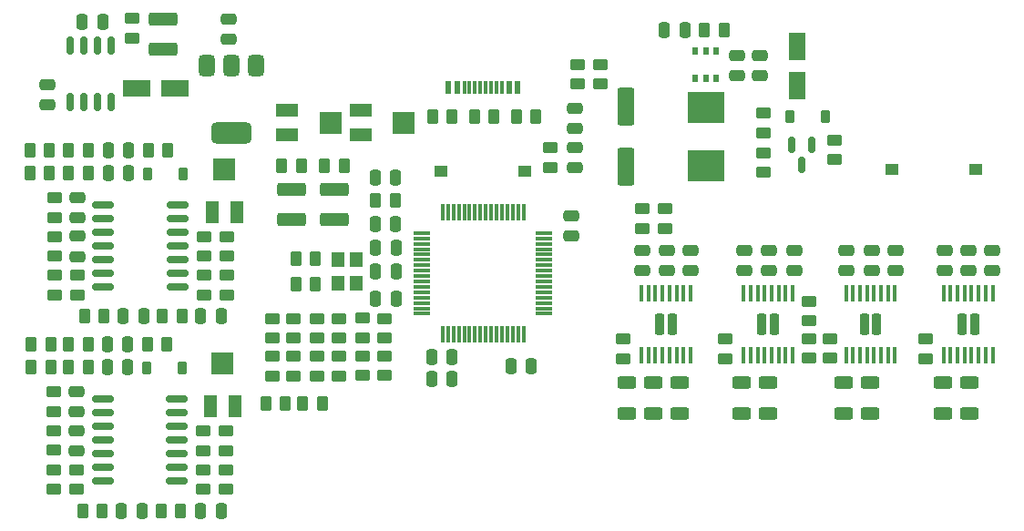
<source format=gbr>
%TF.GenerationSoftware,KiCad,Pcbnew,8.0.4*%
%TF.CreationDate,2025-01-31T12:32:01+01:00*%
%TF.ProjectId,OpenHand_v3,4f70656e-4861-46e6-945f-76332e6b6963,rev?*%
%TF.SameCoordinates,Original*%
%TF.FileFunction,Paste,Top*%
%TF.FilePolarity,Positive*%
%FSLAX46Y46*%
G04 Gerber Fmt 4.6, Leading zero omitted, Abs format (unit mm)*
G04 Created by KiCad (PCBNEW 8.0.4) date 2025-01-31 12:32:01*
%MOMM*%
%LPD*%
G01*
G04 APERTURE LIST*
G04 Aperture macros list*
%AMRoundRect*
0 Rectangle with rounded corners*
0 $1 Rounding radius*
0 $2 $3 $4 $5 $6 $7 $8 $9 X,Y pos of 4 corners*
0 Add a 4 corners polygon primitive as box body*
4,1,4,$2,$3,$4,$5,$6,$7,$8,$9,$2,$3,0*
0 Add four circle primitives for the rounded corners*
1,1,$1+$1,$2,$3*
1,1,$1+$1,$4,$5*
1,1,$1+$1,$6,$7*
1,1,$1+$1,$8,$9*
0 Add four rect primitives between the rounded corners*
20,1,$1+$1,$2,$3,$4,$5,0*
20,1,$1+$1,$4,$5,$6,$7,0*
20,1,$1+$1,$6,$7,$8,$9,0*
20,1,$1+$1,$8,$9,$2,$3,0*%
G04 Aperture macros list end*
%ADD10RoundRect,0.250000X-0.262500X-0.450000X0.262500X-0.450000X0.262500X0.450000X-0.262500X0.450000X0*%
%ADD11RoundRect,0.250000X-0.450000X0.262500X-0.450000X-0.262500X0.450000X-0.262500X0.450000X0.262500X0*%
%ADD12RoundRect,0.250000X0.262500X0.450000X-0.262500X0.450000X-0.262500X-0.450000X0.262500X-0.450000X0*%
%ADD13RoundRect,0.250000X0.450000X-0.262500X0.450000X0.262500X-0.450000X0.262500X-0.450000X-0.262500X0*%
%ADD14RoundRect,0.250000X0.250000X0.475000X-0.250000X0.475000X-0.250000X-0.475000X0.250000X-0.475000X0*%
%ADD15RoundRect,0.250000X0.625000X-0.312500X0.625000X0.312500X-0.625000X0.312500X-0.625000X-0.312500X0*%
%ADD16RoundRect,0.250000X-0.250000X-0.475000X0.250000X-0.475000X0.250000X0.475000X-0.250000X0.475000X0*%
%ADD17RoundRect,0.250000X-0.475000X0.250000X-0.475000X-0.250000X0.475000X-0.250000X0.475000X0.250000X0*%
%ADD18RoundRect,0.250000X-0.625000X0.312500X-0.625000X-0.312500X0.625000X-0.312500X0.625000X0.312500X0*%
%ADD19RoundRect,0.232500X0.232500X-0.757500X0.232500X0.757500X-0.232500X0.757500X-0.232500X-0.757500X0*%
%ADD20RoundRect,0.100000X0.100000X-0.687500X0.100000X0.687500X-0.100000X0.687500X-0.100000X-0.687500X0*%
%ADD21RoundRect,0.250000X-1.075000X0.375000X-1.075000X-0.375000X1.075000X-0.375000X1.075000X0.375000X0*%
%ADD22RoundRect,0.250000X0.550000X-1.050000X0.550000X1.050000X-0.550000X1.050000X-0.550000X-1.050000X0*%
%ADD23R,2.000000X1.300000*%
%ADD24R,2.000000X2.000000*%
%ADD25RoundRect,0.250000X0.475000X-0.250000X0.475000X0.250000X-0.475000X0.250000X-0.475000X-0.250000X0*%
%ADD26R,1.250000X1.000000*%
%ADD27RoundRect,0.225000X-0.225000X-0.375000X0.225000X-0.375000X0.225000X0.375000X-0.225000X0.375000X0*%
%ADD28RoundRect,0.150000X-0.150000X0.675000X-0.150000X-0.675000X0.150000X-0.675000X0.150000X0.675000X0*%
%ADD29RoundRect,0.150000X-0.837500X-0.150000X0.837500X-0.150000X0.837500X0.150000X-0.837500X0.150000X0*%
%ADD30R,1.300000X2.000000*%
%ADD31R,3.500000X2.950000*%
%ADD32R,0.549999X0.800001*%
%ADD33RoundRect,0.150000X-0.150000X0.587500X-0.150000X-0.587500X0.150000X-0.587500X0.150000X0.587500X0*%
%ADD34RoundRect,0.250000X0.550000X-1.500000X0.550000X1.500000X-0.550000X1.500000X-0.550000X-1.500000X0*%
%ADD35RoundRect,0.375000X-0.375000X0.625000X-0.375000X-0.625000X0.375000X-0.625000X0.375000X0.625000X0*%
%ADD36RoundRect,0.500000X-1.400000X0.500000X-1.400000X-0.500000X1.400000X-0.500000X1.400000X0.500000X0*%
%ADD37R,0.600000X1.240000*%
%ADD38R,0.300000X1.240000*%
%ADD39R,1.200000X1.400000*%
%ADD40RoundRect,0.250000X1.050000X0.550000X-1.050000X0.550000X-1.050000X-0.550000X1.050000X-0.550000X0*%
%ADD41RoundRect,0.075000X-0.700000X-0.075000X0.700000X-0.075000X0.700000X0.075000X-0.700000X0.075000X0*%
%ADD42RoundRect,0.075000X-0.075000X-0.700000X0.075000X-0.700000X0.075000X0.700000X-0.075000X0.700000X0*%
G04 APERTURE END LIST*
D10*
%TO.C,TH2*%
X131637500Y-137100000D03*
X129812500Y-137100000D03*
%TD*%
D11*
%TO.C,TH1*%
X180275000Y-129425000D03*
X180275000Y-127600000D03*
%TD*%
D12*
%TO.C,R75*%
X135062500Y-137100000D03*
X133237500Y-137100000D03*
%TD*%
D13*
%TO.C,R74*%
X180275000Y-132887500D03*
X180275000Y-131062500D03*
%TD*%
D11*
%TO.C,R65*%
X140800000Y-132687500D03*
X140800000Y-134512500D03*
%TD*%
D13*
%TO.C,R46*%
X182225000Y-131062500D03*
X182225000Y-132887500D03*
%TD*%
D14*
%TO.C,C29*%
X125650000Y-129000000D03*
X123750000Y-129000000D03*
%TD*%
D15*
%TO.C,R69*%
X186000000Y-138062500D03*
X186000000Y-135137500D03*
%TD*%
D16*
%TO.C,C9*%
X140000000Y-124800000D03*
X141900000Y-124800000D03*
%TD*%
D17*
%TO.C,C32*%
X183800000Y-122850000D03*
X183800000Y-124750000D03*
%TD*%
D11*
%TO.C,R20*%
X110100000Y-136037500D03*
X110100000Y-137862500D03*
%TD*%
D14*
%TO.C,C27*%
X118450000Y-129000000D03*
X116550000Y-129000000D03*
%TD*%
D17*
%TO.C,C5*%
X158200000Y-119650001D03*
X158200000Y-121549999D03*
%TD*%
D14*
%TO.C,C20*%
X114650000Y-101600000D03*
X112750000Y-101600000D03*
%TD*%
D18*
%TO.C,R48*%
X183500000Y-135137500D03*
X183500000Y-138062500D03*
%TD*%
D11*
%TO.C,R63*%
X138800000Y-132687500D03*
X138800000Y-134512500D03*
%TD*%
D17*
%TO.C,C35*%
X178900000Y-122850000D03*
X178900000Y-124750000D03*
%TD*%
D13*
%TO.C,R31*%
X110100000Y-141450000D03*
X110100000Y-139625000D03*
%TD*%
D11*
%TO.C,R61*%
X136600000Y-132700000D03*
X136600000Y-134525000D03*
%TD*%
D19*
%TO.C,U10*%
X166420000Y-129750000D03*
X167580000Y-129750000D03*
D20*
X164725000Y-132612500D03*
X165375000Y-132612500D03*
X166025000Y-132612500D03*
X166675000Y-132612500D03*
X167325000Y-132612500D03*
X167975000Y-132612500D03*
X168625000Y-132612500D03*
X169275000Y-132612500D03*
X169275000Y-126887500D03*
X168625000Y-126887500D03*
X167975000Y-126887500D03*
X167325000Y-126887500D03*
X166675000Y-126887500D03*
X166025000Y-126887500D03*
X165375000Y-126887500D03*
X164725000Y-126887500D03*
%TD*%
D13*
%TO.C,R45*%
X172500000Y-132912500D03*
X172500000Y-131087500D03*
%TD*%
D10*
%TO.C,R35*%
X120175000Y-129000000D03*
X122000000Y-129000000D03*
%TD*%
D13*
%TO.C,R13*%
X158800000Y-107412499D03*
X158800000Y-105587499D03*
%TD*%
D21*
%TO.C,D4*%
X120300000Y-101400000D03*
X120300000Y-104200000D03*
%TD*%
D22*
%TO.C,C10*%
X179200000Y-107524999D03*
X179200000Y-103924999D03*
%TD*%
D23*
%TO.C,RV1*%
X131800000Y-112150000D03*
D24*
X135800000Y-111000000D03*
D23*
X131800000Y-109850000D03*
%TD*%
D11*
%TO.C,R40*%
X124000000Y-139637500D03*
X124000000Y-141462500D03*
%TD*%
%TO.C,R41*%
X124100000Y-125187500D03*
X124100000Y-127012500D03*
%TD*%
%TO.C,R51*%
X130400000Y-132700000D03*
X130400000Y-134525000D03*
%TD*%
D12*
%TO.C,R67*%
X120612500Y-131600000D03*
X118787500Y-131600000D03*
%TD*%
D10*
%TO.C,R1*%
X153087500Y-110400000D03*
X154912500Y-110400000D03*
%TD*%
D11*
%TO.C,R16*%
X160900000Y-105587499D03*
X160900000Y-107412499D03*
%TD*%
D13*
%TO.C,R49*%
X191100000Y-132912500D03*
X191100000Y-131087500D03*
%TD*%
D17*
%TO.C,C37*%
X192900000Y-122850000D03*
X192900000Y-124750000D03*
%TD*%
D13*
%TO.C,R37*%
X126100000Y-141462500D03*
X126100000Y-139637500D03*
%TD*%
D14*
%TO.C,C30*%
X125650000Y-147050000D03*
X123750000Y-147050000D03*
%TD*%
%TO.C,C4*%
X154499999Y-133600001D03*
X152600001Y-133600001D03*
%TD*%
%TO.C,C3*%
X147100000Y-132749999D03*
X145200000Y-132750001D03*
%TD*%
D25*
%TO.C,C17*%
X109500000Y-109350000D03*
X109500000Y-107450000D03*
%TD*%
D26*
%TO.C,SW1*%
X146125000Y-115500000D03*
X153875000Y-115500000D03*
%TD*%
D10*
%TO.C,R36*%
X120087500Y-147050000D03*
X121912500Y-147050000D03*
%TD*%
D15*
%TO.C,R70*%
X176500000Y-138062500D03*
X176500000Y-135137500D03*
%TD*%
D16*
%TO.C,C13*%
X166850000Y-102424999D03*
X168750000Y-102424999D03*
%TD*%
D14*
%TO.C,C2*%
X141849999Y-120400000D03*
X139950001Y-120400000D03*
%TD*%
D25*
%TO.C,C18*%
X126400000Y-103250000D03*
X126400000Y-101350000D03*
%TD*%
D14*
%TO.C,C6*%
X141900000Y-127350000D03*
X140000000Y-127350000D03*
%TD*%
D13*
%TO.C,R55*%
X164800000Y-120812500D03*
X164800000Y-118987500D03*
%TD*%
D17*
%TO.C,C42*%
X169300000Y-122850000D03*
X169300000Y-124750000D03*
%TD*%
D11*
%TO.C,R60*%
X134600000Y-129187500D03*
X134600000Y-131012500D03*
%TD*%
D13*
%TO.C,R38*%
X126200000Y-123412500D03*
X126200000Y-121587500D03*
%TD*%
D11*
%TO.C,R57*%
X130400000Y-129187500D03*
X130400000Y-131012500D03*
%TD*%
D27*
%TO.C,D6*%
X118750000Y-133800000D03*
X122050000Y-133800000D03*
%TD*%
D11*
%TO.C,R15*%
X117400000Y-101287500D03*
X117400000Y-103112500D03*
%TD*%
D28*
%TO.C,U4*%
X115405000Y-103825000D03*
X114135000Y-103825000D03*
X112865000Y-103825000D03*
X111595000Y-103825000D03*
X111595000Y-109075000D03*
X112865000Y-109075000D03*
X114135000Y-109075000D03*
X115405000Y-109075000D03*
%TD*%
D29*
%TO.C,U5*%
X114700000Y-118650000D03*
X114700000Y-119920000D03*
X114700000Y-121190000D03*
X114700000Y-122460000D03*
X114700000Y-123730000D03*
X114700000Y-125000000D03*
X114700000Y-126270000D03*
X121625000Y-126270000D03*
X121625000Y-125000000D03*
X121625000Y-123730000D03*
X121625000Y-122460000D03*
X121625000Y-121190000D03*
X121625000Y-119920000D03*
X121625000Y-118650000D03*
%TD*%
D14*
%TO.C,C1*%
X141850000Y-116100000D03*
X139950000Y-116100000D03*
%TD*%
D10*
%TO.C,R9*%
X139987500Y-118200000D03*
X141812500Y-118200000D03*
%TD*%
D11*
%TO.C,R6*%
X156250000Y-113337500D03*
X156250000Y-115162500D03*
%TD*%
D12*
%TO.C,R22*%
X109812500Y-131600000D03*
X107987500Y-131600000D03*
%TD*%
D17*
%TO.C,C31*%
X174300000Y-122850000D03*
X174300000Y-124750000D03*
%TD*%
D25*
%TO.C,C16*%
X158500000Y-111524999D03*
X158500000Y-109624999D03*
%TD*%
D14*
%TO.C,C44*%
X117050000Y-113600000D03*
X115150000Y-113600000D03*
%TD*%
D17*
%TO.C,C15*%
X158500000Y-113274999D03*
X158500000Y-115174999D03*
%TD*%
D19*
%TO.C,U8*%
X185420000Y-129750000D03*
X186580000Y-129750000D03*
D20*
X183725000Y-132612500D03*
X184375000Y-132612500D03*
X185025000Y-132612500D03*
X185675000Y-132612500D03*
X186325000Y-132612500D03*
X186975000Y-132612500D03*
X187625000Y-132612500D03*
X188275000Y-132612500D03*
X188275000Y-126887500D03*
X187625000Y-126887500D03*
X186975000Y-126887500D03*
X186325000Y-126887500D03*
X185675000Y-126887500D03*
X185025000Y-126887500D03*
X184375000Y-126887500D03*
X183725000Y-126887500D03*
%TD*%
D17*
%TO.C,C25*%
X112200000Y-136000000D03*
X112200000Y-137900000D03*
%TD*%
D14*
%TO.C,C28*%
X118300000Y-147050000D03*
X116400000Y-147050000D03*
%TD*%
D25*
%TO.C,C12*%
X173600000Y-106624999D03*
X173600000Y-104724999D03*
%TD*%
D30*
%TO.C,RV3*%
X127100000Y-119300000D03*
D24*
X125950000Y-115300000D03*
D30*
X124800000Y-119300000D03*
%TD*%
D14*
%TO.C,C22*%
X117000000Y-133750000D03*
X115100000Y-133750000D03*
%TD*%
D19*
%TO.C,U9*%
X194500000Y-129750000D03*
X195660000Y-129750000D03*
D20*
X192805000Y-132612500D03*
X193455000Y-132612500D03*
X194105000Y-132612500D03*
X194755000Y-132612500D03*
X195405000Y-132612500D03*
X196055000Y-132612500D03*
X196705000Y-132612500D03*
X197355000Y-132612500D03*
X197355000Y-126887500D03*
X196705000Y-126887500D03*
X196055000Y-126887500D03*
X195405000Y-126887500D03*
X194755000Y-126887500D03*
X194105000Y-126887500D03*
X193455000Y-126887500D03*
X192805000Y-126887500D03*
%TD*%
D15*
%TO.C,R71*%
X195200000Y-138062500D03*
X195200000Y-135137500D03*
%TD*%
D17*
%TO.C,C34*%
X186100000Y-122850000D03*
X186100000Y-124750000D03*
%TD*%
D12*
%TO.C,R2*%
X147112500Y-110400000D03*
X145287500Y-110400000D03*
%TD*%
D25*
%TO.C,C11*%
X175700000Y-106624999D03*
X175700000Y-104724999D03*
%TD*%
D13*
%TO.C,R28*%
X110200000Y-123412500D03*
X110200000Y-121587500D03*
%TD*%
D11*
%TO.C,R34*%
X110100000Y-143237500D03*
X110100000Y-145062500D03*
%TD*%
D23*
%TO.C,RV2*%
X138650000Y-112150000D03*
D24*
X142650000Y-111000000D03*
D23*
X138650000Y-109850000D03*
%TD*%
D17*
%TO.C,C24*%
X112300000Y-121550000D03*
X112300000Y-123450000D03*
%TD*%
D30*
%TO.C,RV4*%
X126950000Y-137350000D03*
D24*
X125800000Y-133350000D03*
D30*
X124650000Y-137350000D03*
%TD*%
D15*
%TO.C,R73*%
X168300000Y-138062500D03*
X168300000Y-135137500D03*
%TD*%
D18*
%TO.C,R52*%
X192700000Y-135137500D03*
X192700000Y-138062500D03*
%TD*%
D17*
%TO.C,C26*%
X112200000Y-139600000D03*
X112200000Y-141500000D03*
%TD*%
D31*
%TO.C,L1*%
X170700000Y-109574999D03*
X170700000Y-115024999D03*
%TD*%
D10*
%TO.C,R26*%
X112787500Y-147050000D03*
X114612500Y-147050000D03*
%TD*%
D16*
%TO.C,C8*%
X140000000Y-122600000D03*
X141900000Y-122600000D03*
%TD*%
D29*
%TO.C,U6*%
X114637500Y-136700000D03*
X114637500Y-137970000D03*
X114637500Y-139240000D03*
X114637500Y-140510000D03*
X114637500Y-141780000D03*
X114637500Y-143050000D03*
X114637500Y-144320000D03*
X121562500Y-144320000D03*
X121562500Y-143050000D03*
X121562500Y-141780000D03*
X121562500Y-140510000D03*
X121562500Y-139240000D03*
X121562500Y-137970000D03*
X121562500Y-136700000D03*
%TD*%
D11*
%TO.C,R39*%
X124100000Y-121587500D03*
X124100000Y-123412500D03*
%TD*%
D12*
%TO.C,R3*%
X151012500Y-110400000D03*
X149187500Y-110400000D03*
%TD*%
D32*
%TO.C,U2*%
X169749999Y-106900000D03*
X170700000Y-106900000D03*
X171649998Y-106900000D03*
X171649998Y-104350000D03*
X170700000Y-104350000D03*
X169749999Y-104350000D03*
%TD*%
D11*
%TO.C,R58*%
X132400000Y-129187500D03*
X132400000Y-131012500D03*
%TD*%
D33*
%TO.C,Q1*%
X180550000Y-113074999D03*
X178650000Y-113074999D03*
X179600000Y-114949999D03*
%TD*%
D15*
%TO.C,R72*%
X165800000Y-138062500D03*
X165800000Y-135137500D03*
%TD*%
D34*
%TO.C,C14*%
X163300000Y-115099999D03*
X163300000Y-109499999D03*
%TD*%
D35*
%TO.C,U3*%
X128900000Y-105650000D03*
X126600000Y-105650000D03*
D36*
X126600000Y-111950000D03*
D35*
X124300000Y-105650000D03*
%TD*%
D12*
%TO.C,R30*%
X113325000Y-133750000D03*
X111500000Y-133750000D03*
%TD*%
D10*
%TO.C,R5*%
X132587500Y-126000000D03*
X134412500Y-126000000D03*
%TD*%
D12*
%TO.C,R68*%
X120712500Y-113600000D03*
X118887500Y-113600000D03*
%TD*%
D11*
%TO.C,R29*%
X112300000Y-125175000D03*
X112300000Y-127000000D03*
%TD*%
D12*
%TO.C,R27*%
X113325000Y-115700000D03*
X111500000Y-115700000D03*
%TD*%
D13*
%TO.C,R10*%
X176100000Y-111912499D03*
X176100000Y-110087499D03*
%TD*%
D11*
%TO.C,R33*%
X110200000Y-125162500D03*
X110200000Y-126987500D03*
%TD*%
D13*
%TO.C,R11*%
X176100000Y-115612499D03*
X176100000Y-113787499D03*
%TD*%
D18*
%TO.C,R53*%
X163350000Y-135137500D03*
X163350000Y-138062500D03*
%TD*%
%TO.C,R47*%
X174000000Y-135137500D03*
X174000000Y-138062500D03*
%TD*%
D12*
%TO.C,R23*%
X109712500Y-115700000D03*
X107887500Y-115700000D03*
%TD*%
D11*
%TO.C,R56*%
X132400000Y-132700000D03*
X132400000Y-134525000D03*
%TD*%
D27*
%TO.C,D3*%
X178525000Y-110452499D03*
X181825000Y-110452499D03*
%TD*%
D37*
%TO.C,J5*%
X153200000Y-107725000D03*
X152400000Y-107725000D03*
D38*
X151250000Y-107725000D03*
X150250000Y-107725000D03*
X149750000Y-107725000D03*
X148750000Y-107725000D03*
D37*
X147600000Y-107725000D03*
X146800000Y-107725000D03*
X146800000Y-107725000D03*
X147600000Y-107725000D03*
D38*
X148250000Y-107725000D03*
X149250000Y-107725000D03*
X150750000Y-107725000D03*
X151750000Y-107725000D03*
D37*
X152400000Y-107725000D03*
X153200000Y-107725000D03*
%TD*%
D21*
%TO.C,D1*%
X132170000Y-117195000D03*
X132170000Y-119995000D03*
%TD*%
D14*
%TO.C,C43*%
X117000000Y-131600000D03*
X115100000Y-131600000D03*
%TD*%
D17*
%TO.C,C23*%
X112300000Y-117950000D03*
X112300000Y-119850000D03*
%TD*%
D10*
%TO.C,R4*%
X132587500Y-123600000D03*
X134412500Y-123600000D03*
%TD*%
D14*
%TO.C,C21*%
X117050000Y-115700000D03*
X115150000Y-115700000D03*
%TD*%
D12*
%TO.C,R19*%
X113325000Y-131600000D03*
X111500000Y-131600000D03*
%TD*%
D26*
%TO.C,SW2*%
X188025000Y-115300000D03*
X195775000Y-115300000D03*
%TD*%
D10*
%TO.C,R12*%
X170587500Y-102399999D03*
X172412500Y-102399999D03*
%TD*%
D19*
%TO.C,U7*%
X175920000Y-129750000D03*
X177080000Y-129750000D03*
D20*
X174225000Y-132612500D03*
X174875000Y-132612500D03*
X175525000Y-132612500D03*
X176175000Y-132612500D03*
X176825000Y-132612500D03*
X177475000Y-132612500D03*
X178125000Y-132612500D03*
X178775000Y-132612500D03*
X178775000Y-126887500D03*
X178125000Y-126887500D03*
X177475000Y-126887500D03*
X176825000Y-126887500D03*
X176175000Y-126887500D03*
X175525000Y-126887500D03*
X174875000Y-126887500D03*
X174225000Y-126887500D03*
%TD*%
D11*
%TO.C,R42*%
X124000000Y-143237500D03*
X124000000Y-145062500D03*
%TD*%
D39*
%TO.C,Y1*%
X136500000Y-123700000D03*
X136500000Y-125900000D03*
X138200000Y-125900000D03*
X138200000Y-123700000D03*
%TD*%
D11*
%TO.C,R32*%
X112200000Y-143237500D03*
X112200000Y-145062500D03*
%TD*%
D12*
%TO.C,R17*%
X113325000Y-113600000D03*
X111500000Y-113600000D03*
%TD*%
D11*
%TO.C,R62*%
X136600000Y-129187500D03*
X136600000Y-131012500D03*
%TD*%
D12*
%TO.C,R7*%
X133112500Y-115000000D03*
X131287500Y-115000000D03*
%TD*%
D11*
%TO.C,R44*%
X126100000Y-143250000D03*
X126100000Y-145075000D03*
%TD*%
D17*
%TO.C,C33*%
X176600000Y-122850000D03*
X176600000Y-124750000D03*
%TD*%
D12*
%TO.C,R21*%
X109712500Y-113600000D03*
X107887500Y-113600000D03*
%TD*%
D10*
%TO.C,R24*%
X112975000Y-129000000D03*
X114800000Y-129000000D03*
%TD*%
D11*
%TO.C,R43*%
X126200000Y-125187500D03*
X126200000Y-127012500D03*
%TD*%
D17*
%TO.C,C36*%
X188300000Y-122850000D03*
X188300000Y-124750000D03*
%TD*%
D21*
%TO.C,D2*%
X136200000Y-117200000D03*
X136200000Y-120000000D03*
%TD*%
D17*
%TO.C,C40*%
X167050000Y-122850000D03*
X167050000Y-124750000D03*
%TD*%
D11*
%TO.C,R54*%
X166900000Y-118987500D03*
X166900000Y-120812500D03*
%TD*%
%TO.C,R64*%
X138800000Y-129175000D03*
X138800000Y-131000000D03*
%TD*%
D27*
%TO.C,D5*%
X118850000Y-115800000D03*
X122150000Y-115800000D03*
%TD*%
D13*
%TO.C,R14*%
X182700000Y-114412499D03*
X182700000Y-112587499D03*
%TD*%
D11*
%TO.C,R59*%
X134600000Y-132700000D03*
X134600000Y-134525000D03*
%TD*%
D17*
%TO.C,C41*%
X197300000Y-122850000D03*
X197300000Y-124750000D03*
%TD*%
D11*
%TO.C,R18*%
X110200000Y-117975000D03*
X110200000Y-119800000D03*
%TD*%
D17*
%TO.C,C39*%
X195100000Y-122850000D03*
X195100000Y-124750000D03*
%TD*%
D12*
%TO.C,R25*%
X109812500Y-133750000D03*
X107987500Y-133750000D03*
%TD*%
D10*
%TO.C,R8*%
X135287500Y-115000000D03*
X137112500Y-115000000D03*
%TD*%
D11*
%TO.C,R66*%
X140800000Y-129187500D03*
X140800000Y-131012500D03*
%TD*%
D17*
%TO.C,C38*%
X164800000Y-122850000D03*
X164800000Y-124750000D03*
%TD*%
D40*
%TO.C,C19*%
X121400000Y-107800000D03*
X117800000Y-107800000D03*
%TD*%
D14*
%TO.C,C7*%
X147100000Y-134800000D03*
X145200000Y-134800000D03*
%TD*%
D41*
%TO.C,U1*%
X144325000Y-121250001D03*
X144325000Y-121750000D03*
X144325000Y-122250000D03*
X144325000Y-122750000D03*
X144325000Y-123250000D03*
X144325000Y-123750001D03*
X144325000Y-124250000D03*
X144325000Y-124750000D03*
X144325000Y-125250000D03*
X144325000Y-125750000D03*
X144325000Y-126249999D03*
X144325000Y-126750000D03*
X144325000Y-127250000D03*
X144325000Y-127750000D03*
X144325000Y-128250000D03*
X144325000Y-128749999D03*
D42*
X146250001Y-130675000D03*
X146750000Y-130675000D03*
X147250000Y-130675000D03*
X147750000Y-130675000D03*
X148250000Y-130675000D03*
X148750001Y-130675000D03*
X149250000Y-130675000D03*
X149750000Y-130675000D03*
X150250000Y-130675000D03*
X150750000Y-130675000D03*
X151249999Y-130675000D03*
X151750000Y-130675000D03*
X152250000Y-130675000D03*
X152750000Y-130675000D03*
X153250000Y-130675000D03*
X153749999Y-130675000D03*
D41*
X155675000Y-128749999D03*
X155675000Y-128250000D03*
X155675000Y-127750000D03*
X155675000Y-127250000D03*
X155675000Y-126750000D03*
X155675000Y-126249999D03*
X155675000Y-125750000D03*
X155675000Y-125250000D03*
X155675000Y-124750000D03*
X155675000Y-124250000D03*
X155675000Y-123750001D03*
X155675000Y-123250000D03*
X155675000Y-122750000D03*
X155675000Y-122250000D03*
X155675000Y-121750000D03*
X155675000Y-121250001D03*
D42*
X153749999Y-119325000D03*
X153250000Y-119325000D03*
X152750000Y-119325000D03*
X152250000Y-119325000D03*
X151750000Y-119325000D03*
X151249999Y-119325000D03*
X150750000Y-119325000D03*
X150250000Y-119325000D03*
X149750000Y-119325000D03*
X149250000Y-119325000D03*
X148750001Y-119325000D03*
X148250000Y-119325000D03*
X147750000Y-119325000D03*
X147250000Y-119325000D03*
X146750000Y-119325000D03*
X146250001Y-119325000D03*
%TD*%
D13*
%TO.C,R50*%
X163000000Y-132912500D03*
X163000000Y-131087500D03*
%TD*%
M02*

</source>
